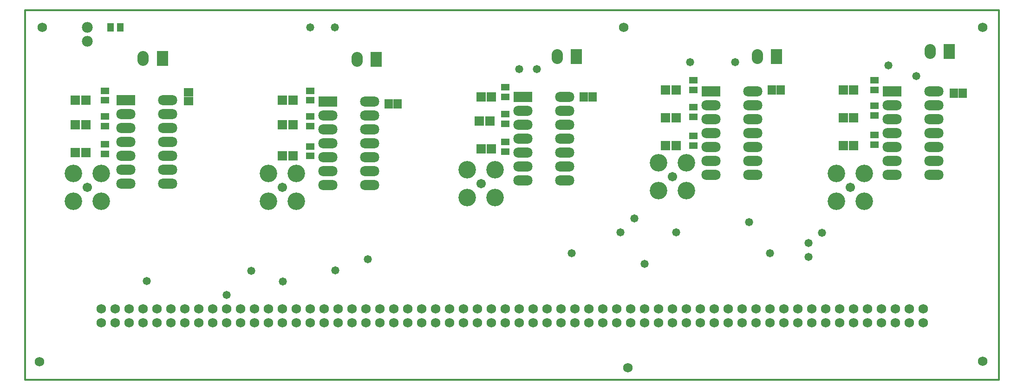
<source format=gts>
G04*
G04 #@! TF.GenerationSoftware,Altium Limited,CircuitMaker,2.2.1 (2.2.1.6)*
G04*
G04 Layer_Color=20142*
%FSLAX25Y25*%
%MOIN*%
G70*
G04*
G04 #@! TF.SameCoordinates,35D340AA-2A3D-450E-9165-5FFDE7E77ED7*
G04*
G04*
G04 #@! TF.FilePolarity,Negative*
G04*
G01*
G75*
%ADD10C,0.01181*%
%ADD11R,0.05131X0.05918*%
%ADD12R,0.06509X0.06902*%
%ADD13R,0.05918X0.05131*%
%ADD14R,0.05918X0.06509*%
%ADD15C,0.06706*%
%ADD16R,0.06509X0.05918*%
%ADD17C,0.07800*%
%ADD18R,0.13800X0.07300*%
%ADD19O,0.13800X0.07300*%
%ADD20C,0.06800*%
%ADD21C,0.12611*%
%ADD22R,0.08083X0.10642*%
%ADD23O,0.08083X0.10642*%
%ADD24C,0.05800*%
D10*
X137795Y216535D02*
Y482283D01*
Y216535D02*
X836614D01*
Y482283D01*
X137795D02*
X836614D01*
D11*
X199055Y470000D02*
D03*
X205945D02*
D03*
D12*
X725020Y385000D02*
D03*
X732500D02*
D03*
X725020Y425000D02*
D03*
X732500D02*
D03*
X322520Y417500D02*
D03*
X330000D02*
D03*
X322520Y400000D02*
D03*
X330000D02*
D03*
X322520Y377500D02*
D03*
X330000D02*
D03*
X465020Y382500D02*
D03*
X472500D02*
D03*
X465000Y420000D02*
D03*
X472480D02*
D03*
X463760Y402500D02*
D03*
X471240D02*
D03*
X597520Y425000D02*
D03*
X605000D02*
D03*
X597500Y405000D02*
D03*
X604980D02*
D03*
X597520Y385000D02*
D03*
X605000D02*
D03*
X725000Y405000D02*
D03*
X732480D02*
D03*
X173760Y380000D02*
D03*
X181240D02*
D03*
X173760Y400000D02*
D03*
X181240D02*
D03*
X173760Y417500D02*
D03*
X181240D02*
D03*
D13*
X342500Y384390D02*
D03*
Y377500D02*
D03*
Y405945D02*
D03*
Y399055D02*
D03*
Y424390D02*
D03*
Y417500D02*
D03*
X482500Y426890D02*
D03*
Y420000D02*
D03*
Y387500D02*
D03*
Y380610D02*
D03*
X617500Y412500D02*
D03*
Y405610D02*
D03*
Y391890D02*
D03*
Y385000D02*
D03*
X747500Y413445D02*
D03*
Y406555D02*
D03*
Y392500D02*
D03*
Y385610D02*
D03*
X617500Y425000D02*
D03*
Y431890D02*
D03*
X195000Y405945D02*
D03*
Y399055D02*
D03*
Y424390D02*
D03*
Y417500D02*
D03*
Y385945D02*
D03*
Y379055D02*
D03*
X482500Y400610D02*
D03*
Y407500D02*
D03*
X747500Y425000D02*
D03*
Y431890D02*
D03*
D14*
X810650Y422500D02*
D03*
X804350D02*
D03*
X680000Y425000D02*
D03*
X673701D02*
D03*
X398701Y415000D02*
D03*
X405000D02*
D03*
X538701Y420000D02*
D03*
X545000D02*
D03*
D15*
X730000Y355000D02*
D03*
X465000Y357500D02*
D03*
X322500Y355000D02*
D03*
X182500D02*
D03*
X602500Y362500D02*
D03*
D16*
X255000Y416850D02*
D03*
Y423150D02*
D03*
D17*
X182500Y470000D02*
D03*
Y460000D02*
D03*
D18*
X495000Y420000D02*
D03*
X210000Y417500D02*
D03*
X630000Y424000D02*
D03*
X760000D02*
D03*
X355000Y416500D02*
D03*
D19*
X495000Y410000D02*
D03*
Y400000D02*
D03*
Y390000D02*
D03*
Y380000D02*
D03*
Y370000D02*
D03*
Y360000D02*
D03*
X525000Y420000D02*
D03*
Y410000D02*
D03*
Y400000D02*
D03*
Y390000D02*
D03*
Y380000D02*
D03*
Y370000D02*
D03*
Y360000D02*
D03*
X240000Y357500D02*
D03*
Y367500D02*
D03*
Y377500D02*
D03*
Y387500D02*
D03*
Y397500D02*
D03*
Y407500D02*
D03*
Y417500D02*
D03*
X210000Y357500D02*
D03*
Y367500D02*
D03*
Y377500D02*
D03*
Y387500D02*
D03*
Y397500D02*
D03*
Y407500D02*
D03*
X660000Y364000D02*
D03*
Y374000D02*
D03*
Y384000D02*
D03*
Y394000D02*
D03*
Y404000D02*
D03*
Y414000D02*
D03*
Y424000D02*
D03*
X630000Y364000D02*
D03*
Y374000D02*
D03*
Y384000D02*
D03*
Y394000D02*
D03*
Y404000D02*
D03*
Y414000D02*
D03*
X790000Y364000D02*
D03*
Y374000D02*
D03*
Y384000D02*
D03*
Y394000D02*
D03*
Y404000D02*
D03*
Y414000D02*
D03*
Y424000D02*
D03*
X760000Y364000D02*
D03*
Y374000D02*
D03*
Y384000D02*
D03*
Y394000D02*
D03*
Y404000D02*
D03*
Y414000D02*
D03*
X385000Y356500D02*
D03*
Y366500D02*
D03*
Y376500D02*
D03*
Y386500D02*
D03*
Y396500D02*
D03*
Y406500D02*
D03*
Y416500D02*
D03*
X355000Y356500D02*
D03*
Y366500D02*
D03*
Y376500D02*
D03*
Y386500D02*
D03*
Y396500D02*
D03*
Y406500D02*
D03*
D20*
X567500Y470000D02*
D03*
X570528Y225277D02*
D03*
X147895Y229505D02*
D03*
X825000Y230000D02*
D03*
Y470000D02*
D03*
X150000D02*
D03*
X192500Y267500D02*
D03*
X202500D02*
D03*
X212500D02*
D03*
X222500D02*
D03*
X232500D02*
D03*
X242500D02*
D03*
X252500D02*
D03*
X262500D02*
D03*
X272500D02*
D03*
X282500D02*
D03*
X292500D02*
D03*
X302500D02*
D03*
X312500D02*
D03*
X322500D02*
D03*
X332500D02*
D03*
X342500D02*
D03*
X352500D02*
D03*
X362500D02*
D03*
X372500D02*
D03*
X382500D02*
D03*
X192500Y257500D02*
D03*
X202500D02*
D03*
X212500D02*
D03*
X222500D02*
D03*
X232500D02*
D03*
X242500D02*
D03*
X252500D02*
D03*
X262500D02*
D03*
X272500D02*
D03*
X282500D02*
D03*
X292500D02*
D03*
X302500D02*
D03*
X312500D02*
D03*
X322500D02*
D03*
X332500D02*
D03*
X342500D02*
D03*
X352500D02*
D03*
X362500D02*
D03*
X372500D02*
D03*
X382500D02*
D03*
X782500D02*
D03*
X772500D02*
D03*
X762500D02*
D03*
X752500D02*
D03*
X742500D02*
D03*
X732500D02*
D03*
X722500D02*
D03*
X712500D02*
D03*
X702500D02*
D03*
X692500D02*
D03*
X682500D02*
D03*
X672500D02*
D03*
X662500D02*
D03*
X652500D02*
D03*
X642500D02*
D03*
X632500D02*
D03*
X622500D02*
D03*
X612500D02*
D03*
X602500D02*
D03*
X592500D02*
D03*
X782500Y267500D02*
D03*
X772500D02*
D03*
X762500D02*
D03*
X752500D02*
D03*
X742500D02*
D03*
X732500D02*
D03*
X722500D02*
D03*
X712500D02*
D03*
X702500D02*
D03*
X692500D02*
D03*
X682500D02*
D03*
X672500D02*
D03*
X662500D02*
D03*
X652500D02*
D03*
X642500D02*
D03*
X632500D02*
D03*
X622500D02*
D03*
X612500D02*
D03*
X602500D02*
D03*
X592500D02*
D03*
X582500Y257500D02*
D03*
X572500D02*
D03*
X562500D02*
D03*
X552500D02*
D03*
X542500D02*
D03*
X532500D02*
D03*
X522500D02*
D03*
X512500D02*
D03*
X502500D02*
D03*
X492500D02*
D03*
X482500D02*
D03*
X472500D02*
D03*
X462500D02*
D03*
X452500D02*
D03*
X442500D02*
D03*
X432500D02*
D03*
X422500D02*
D03*
X412500D02*
D03*
X402500D02*
D03*
X392500D02*
D03*
X582500Y267500D02*
D03*
X572500D02*
D03*
X562500D02*
D03*
X552500D02*
D03*
X542500D02*
D03*
X532500D02*
D03*
X522500D02*
D03*
X512500D02*
D03*
X502500D02*
D03*
X492500D02*
D03*
X482500D02*
D03*
X472500D02*
D03*
X462500D02*
D03*
X452500D02*
D03*
X442500D02*
D03*
X432500D02*
D03*
X422500D02*
D03*
X412500D02*
D03*
X402500D02*
D03*
X392500D02*
D03*
D21*
X720000Y365000D02*
D03*
X740000D02*
D03*
X720000Y345000D02*
D03*
X740000D02*
D03*
X455000Y367500D02*
D03*
X475000D02*
D03*
X455000Y347500D02*
D03*
X475000D02*
D03*
X312500Y365000D02*
D03*
X332500D02*
D03*
X312500Y345000D02*
D03*
X332500D02*
D03*
X172500Y365000D02*
D03*
X192500D02*
D03*
X172500Y345000D02*
D03*
X192500D02*
D03*
X612500Y352500D02*
D03*
X592500D02*
D03*
X612500Y372500D02*
D03*
X592500D02*
D03*
D22*
X236280Y447500D02*
D03*
X389764Y446850D02*
D03*
X677165Y448819D02*
D03*
X801181Y452756D02*
D03*
X533465Y448819D02*
D03*
D23*
X222500Y447500D02*
D03*
X375984Y446850D02*
D03*
X663386Y448819D02*
D03*
X787402Y452756D02*
D03*
X519685Y448819D02*
D03*
D24*
X322835Y287402D02*
D03*
X360236Y295276D02*
D03*
X383858Y303150D02*
D03*
X575000Y332500D02*
D03*
X605000Y322500D02*
D03*
X565000D02*
D03*
X709688Y322187D02*
D03*
X700000Y315000D02*
D03*
Y305000D02*
D03*
X657500Y330000D02*
D03*
X300000Y295000D02*
D03*
X225000Y287500D02*
D03*
X672500Y307500D02*
D03*
X582500Y300000D02*
D03*
X530000Y307500D02*
D03*
X282500Y277500D02*
D03*
X777500Y435000D02*
D03*
X757500Y442500D02*
D03*
X647500Y445000D02*
D03*
X615000D02*
D03*
X505000Y440000D02*
D03*
X492500D02*
D03*
X360000Y470000D02*
D03*
X342500D02*
D03*
M02*

</source>
